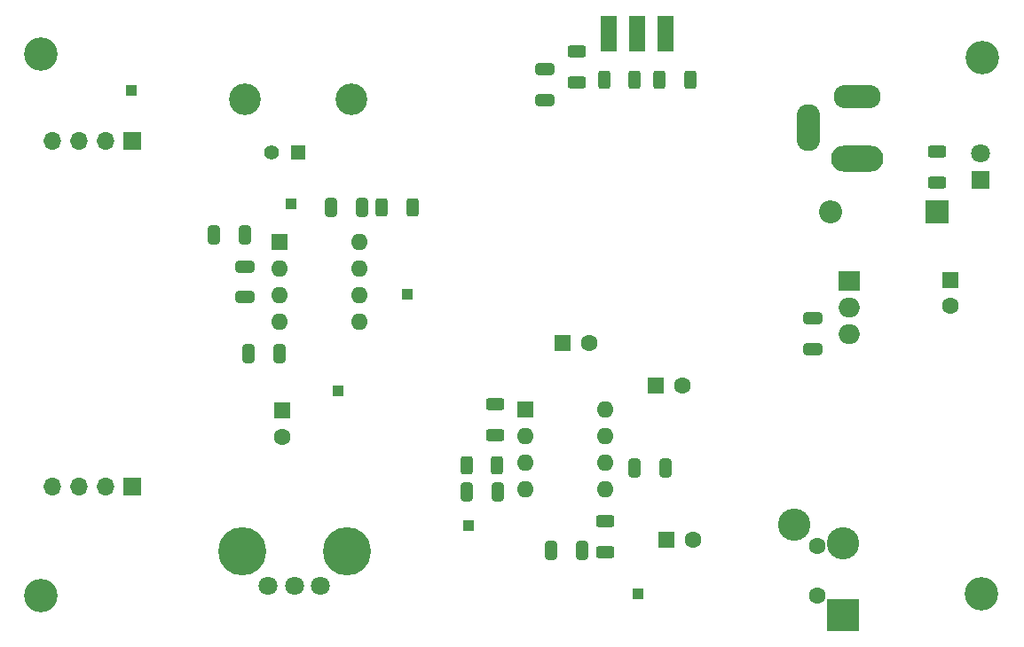
<source format=gbr>
%TF.GenerationSoftware,KiCad,Pcbnew,(6.0.7)*%
%TF.CreationDate,2022-11-04T12:42:17-04:00*%
%TF.ProjectId,DCR_MainBoard,4443525f-4d61-4696-9e42-6f6172642e6b,rev?*%
%TF.SameCoordinates,Original*%
%TF.FileFunction,Soldermask,Top*%
%TF.FilePolarity,Negative*%
%FSLAX46Y46*%
G04 Gerber Fmt 4.6, Leading zero omitted, Abs format (unit mm)*
G04 Created by KiCad (PCBNEW (6.0.7)) date 2022-11-04 12:42:17*
%MOMM*%
%LPD*%
G01*
G04 APERTURE LIST*
G04 Aperture macros list*
%AMRoundRect*
0 Rectangle with rounded corners*
0 $1 Rounding radius*
0 $2 $3 $4 $5 $6 $7 $8 $9 X,Y pos of 4 corners*
0 Add a 4 corners polygon primitive as box body*
4,1,4,$2,$3,$4,$5,$6,$7,$8,$9,$2,$3,0*
0 Add four circle primitives for the rounded corners*
1,1,$1+$1,$2,$3*
1,1,$1+$1,$4,$5*
1,1,$1+$1,$6,$7*
1,1,$1+$1,$8,$9*
0 Add four rect primitives between the rounded corners*
20,1,$1+$1,$2,$3,$4,$5,0*
20,1,$1+$1,$4,$5,$6,$7,0*
20,1,$1+$1,$6,$7,$8,$9,0*
20,1,$1+$1,$8,$9,$2,$3,0*%
G04 Aperture macros list end*
%ADD10R,1.600000X1.600000*%
%ADD11C,1.600000*%
%ADD12RoundRect,0.250000X-0.325000X-0.650000X0.325000X-0.650000X0.325000X0.650000X-0.325000X0.650000X0*%
%ADD13O,5.000000X2.500000*%
%ADD14O,4.500000X2.250000*%
%ADD15O,2.250000X4.500000*%
%ADD16RoundRect,0.250000X-0.625000X0.312500X-0.625000X-0.312500X0.625000X-0.312500X0.625000X0.312500X0*%
%ADD17RoundRect,0.250000X-0.312500X-0.625000X0.312500X-0.625000X0.312500X0.625000X-0.312500X0.625000X0*%
%ADD18RoundRect,0.250000X-0.650000X0.325000X-0.650000X-0.325000X0.650000X-0.325000X0.650000X0.325000X0*%
%ADD19C,3.200000*%
%ADD20C,4.600000*%
%ADD21C,1.800000*%
%ADD22O,1.600000X1.600000*%
%ADD23R,2.000000X1.905000*%
%ADD24O,2.000000X1.905000*%
%ADD25RoundRect,0.250000X0.625000X-0.312500X0.625000X0.312500X-0.625000X0.312500X-0.625000X-0.312500X0*%
%ADD26R,1.000000X1.000000*%
%ADD27RoundRect,0.250000X0.325000X0.650000X-0.325000X0.650000X-0.325000X-0.650000X0.325000X-0.650000X0*%
%ADD28R,1.398000X1.398000*%
%ADD29C,1.398000*%
%ADD30C,3.015000*%
%ADD31R,3.092000X3.092000*%
%ADD32C,3.092000*%
%ADD33RoundRect,0.250000X0.650000X-0.325000X0.650000X0.325000X-0.650000X0.325000X-0.650000X-0.325000X0*%
%ADD34R,1.500000X3.500000*%
%ADD35R,1.800000X1.800000*%
%ADD36R,2.200000X2.200000*%
%ADD37O,2.200000X2.200000*%
%ADD38R,1.700000X1.700000*%
%ADD39O,1.700000X1.700000*%
%ADD40RoundRect,0.250000X0.312500X0.625000X-0.312500X0.625000X-0.312500X-0.625000X0.312500X-0.625000X0*%
G04 APERTURE END LIST*
D10*
%TO.C,C7*%
X112435000Y-48601849D03*
D11*
X112435000Y-51101849D03*
%TD*%
D10*
%TO.C,C11*%
X84318000Y-58664000D03*
D11*
X86818000Y-58664000D03*
%TD*%
D12*
%TO.C,C8*%
X42162200Y-44297600D03*
X45112200Y-44297600D03*
%TD*%
D13*
%TO.C,J4*%
X103545000Y-37054500D03*
D14*
X103545000Y-31054500D03*
D15*
X98845000Y-34054500D03*
%TD*%
D16*
%TO.C,R7*%
X68960651Y-60503500D03*
X68960651Y-63428500D03*
%TD*%
D17*
%TO.C,R4*%
X79358500Y-29464000D03*
X82283500Y-29464000D03*
%TD*%
D18*
%TO.C,C2*%
X45120400Y-47303000D03*
X45120400Y-50253000D03*
%TD*%
D19*
%TO.C,H4*%
X115493800Y-27330400D03*
%TD*%
D20*
%TO.C,RV1*%
X54809000Y-74538000D03*
X44809000Y-74538000D03*
D21*
X47309000Y-77838000D03*
X49809000Y-77838000D03*
X52309000Y-77838000D03*
%TD*%
D19*
%TO.C,H3*%
X115366800Y-78587600D03*
%TD*%
D10*
%TO.C,U4*%
X71882000Y-60960000D03*
D22*
X71882000Y-63500000D03*
X71882000Y-66040000D03*
X71882000Y-68580000D03*
X79502000Y-68580000D03*
X79502000Y-66040000D03*
X79502000Y-63500000D03*
X79502000Y-60960000D03*
%TD*%
D19*
%TO.C,H2*%
X25654000Y-78740000D03*
%TD*%
D23*
%TO.C,U3*%
X102783000Y-48738500D03*
D24*
X102783000Y-51278500D03*
X102783000Y-53818500D03*
%TD*%
D25*
%TO.C,R8*%
X79492000Y-74604500D03*
X79492000Y-71679500D03*
%TD*%
D10*
%TO.C,C15*%
X85334000Y-73396000D03*
D11*
X87834000Y-73396000D03*
%TD*%
D26*
%TO.C,TP6*%
X82600800Y-78613000D03*
%TD*%
D18*
%TO.C,C6*%
X73709000Y-28497000D03*
X73709000Y-31447000D03*
%TD*%
D27*
%TO.C,C4*%
X69214651Y-68824000D03*
X66264651Y-68824000D03*
%TD*%
D19*
%TO.C,H1*%
X25654000Y-27051000D03*
%TD*%
D27*
%TO.C,C5*%
X56259900Y-41666000D03*
X53309900Y-41666000D03*
%TD*%
D28*
%TO.C,J1*%
X50215800Y-36450500D03*
D29*
X47675800Y-36450500D03*
D30*
X45135800Y-31370500D03*
X55295800Y-31370500D03*
%TD*%
D11*
%TO.C,J5*%
X99672000Y-74047000D03*
X99672000Y-78747000D03*
D31*
X102172000Y-80647000D03*
D32*
X102172000Y-73747000D03*
X97472000Y-71947000D03*
%TD*%
D26*
%TO.C,TP3*%
X53975000Y-59156600D03*
%TD*%
D25*
%TO.C,R3*%
X76757000Y-29718000D03*
X76757000Y-26793000D03*
%TD*%
D33*
%TO.C,C10*%
X99298000Y-55244500D03*
X99298000Y-52294500D03*
%TD*%
D17*
%TO.C,R1*%
X66228151Y-66284000D03*
X69153151Y-66284000D03*
%TD*%
D10*
%TO.C,C3*%
X48666400Y-61077349D03*
D11*
X48666400Y-63577349D03*
%TD*%
D10*
%TO.C,U2*%
X48422400Y-44968000D03*
D22*
X48422400Y-47508000D03*
X48422400Y-50048000D03*
X48422400Y-52588000D03*
X56042400Y-52588000D03*
X56042400Y-50048000D03*
X56042400Y-47508000D03*
X56042400Y-44968000D03*
%TD*%
D34*
%TO.C,J3*%
X82550000Y-25046500D03*
X85250000Y-25046500D03*
X79850000Y-25046500D03*
%TD*%
D27*
%TO.C,C14*%
X77293651Y-74412000D03*
X74343651Y-74412000D03*
%TD*%
D35*
%TO.C,D1*%
X115265200Y-39065200D03*
D21*
X115265200Y-36525200D03*
%TD*%
D36*
%TO.C,D2*%
X111165000Y-42134500D03*
D37*
X101005000Y-42134500D03*
%TD*%
D12*
%TO.C,C13*%
X82296000Y-66548000D03*
X85246000Y-66548000D03*
%TD*%
D27*
%TO.C,C1*%
X48363400Y-55626000D03*
X45413400Y-55626000D03*
%TD*%
D26*
%TO.C,TP4*%
X66446400Y-72034400D03*
%TD*%
D10*
%TO.C,C12*%
X75428000Y-54600000D03*
D11*
X77928000Y-54600000D03*
%TD*%
D26*
%TO.C,TP2*%
X49479200Y-41351200D03*
%TD*%
D17*
%TO.C,R5*%
X84631000Y-29464000D03*
X87556000Y-29464000D03*
%TD*%
D26*
%TO.C,TP1*%
X34239200Y-30530800D03*
%TD*%
D25*
%TO.C,R6*%
X111165000Y-39279000D03*
X111165000Y-36354000D03*
%TD*%
D38*
%TO.C,U1*%
X34361400Y-35306000D03*
D39*
X31821400Y-35306000D03*
X29281400Y-35306000D03*
X26741400Y-35306000D03*
X26695400Y-68326000D03*
X29235400Y-68326000D03*
X31775400Y-68326000D03*
D38*
X34315400Y-68326000D03*
%TD*%
D40*
%TO.C,R2*%
X61060900Y-41666000D03*
X58135900Y-41666000D03*
%TD*%
D26*
%TO.C,TP5*%
X60553600Y-49987200D03*
%TD*%
M02*

</source>
